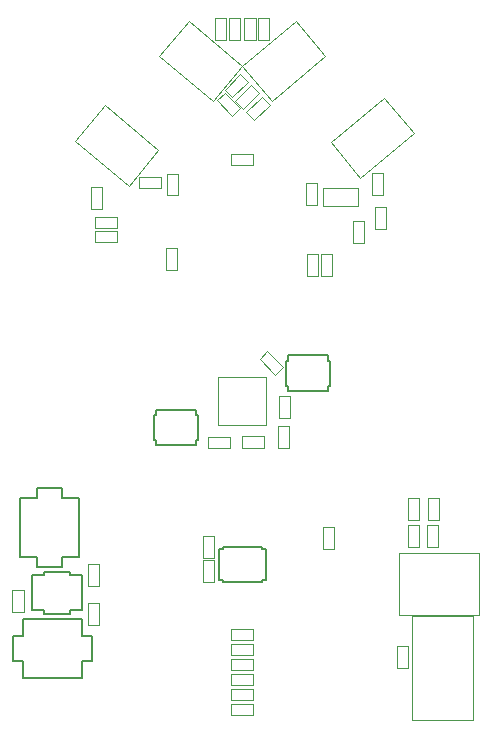
<source format=gbr>
G04 #@! TF.GenerationSoftware,KiCad,Pcbnew,(5.1.4)-1*
G04 #@! TF.CreationDate,2019-11-08T17:49:40+09:00*
G04 #@! TF.ProjectId,gekko,67656b6b-6f2e-46b6-9963-61645f706362,rev?*
G04 #@! TF.SameCoordinates,Original*
G04 #@! TF.FileFunction,Other,User*
%FSLAX46Y46*%
G04 Gerber Fmt 4.6, Leading zero omitted, Abs format (unit mm)*
G04 Created by KiCad (PCBNEW (5.1.4)-1) date 2019-11-08 17:49:40*
%MOMM*%
%LPD*%
G04 APERTURE LIST*
%ADD10C,0.050000*%
%ADD11C,0.152400*%
G04 APERTURE END LIST*
D10*
X164250000Y-138650000D02*
X164250000Y-147450000D01*
X169450000Y-138650000D02*
X164250000Y-138650000D01*
X169450000Y-147450000D02*
X169450000Y-138650000D01*
X164250000Y-147450000D02*
X169450000Y-147450000D01*
D11*
X142570200Y-121170700D02*
X145973800Y-121170700D01*
X145973800Y-121170700D02*
X145973800Y-121627900D01*
X145973800Y-121627900D02*
X146126200Y-121627900D01*
X146126200Y-121627900D02*
X146126200Y-123736100D01*
X146126200Y-123736100D02*
X145973800Y-123736100D01*
X145973800Y-123736100D02*
X145973800Y-124193300D01*
X145973800Y-124193300D02*
X142570200Y-124193300D01*
X142570200Y-124193300D02*
X142570200Y-123736100D01*
X142570200Y-123736100D02*
X142417800Y-123736100D01*
X142417800Y-123736100D02*
X142417800Y-121627900D01*
X142417800Y-121627900D02*
X142570200Y-121627900D01*
X142570200Y-121627900D02*
X142570200Y-121170700D01*
D10*
X164403267Y-97727563D02*
X159883605Y-101520010D01*
X161896395Y-94739990D02*
X164403267Y-97727563D01*
X157376733Y-98532437D02*
X161896395Y-94739990D01*
X159883605Y-101520010D02*
X157376733Y-98532437D01*
X142783267Y-99202437D02*
X140276395Y-102190010D01*
X140276395Y-102190010D02*
X135756733Y-98397563D01*
X135756733Y-98397563D02*
X138263605Y-95409990D01*
X138263605Y-95409990D02*
X142783267Y-99202437D01*
X152413605Y-95040010D02*
X149906733Y-92052437D01*
X149906733Y-92052437D02*
X154426395Y-88259990D01*
X154426395Y-88259990D02*
X156933267Y-91247563D01*
X156933267Y-91247563D02*
X152413605Y-95040010D01*
X149888267Y-92052437D02*
X147381395Y-95040010D01*
X147381395Y-95040010D02*
X142861733Y-91247563D01*
X142861733Y-91247563D02*
X145368605Y-88259990D01*
X145368605Y-88259990D02*
X149888267Y-92052437D01*
X163150000Y-133320000D02*
X163150000Y-138520000D01*
X163150000Y-138520000D02*
X169950000Y-138520000D01*
X169950000Y-138520000D02*
X169950000Y-133320000D01*
X169950000Y-133320000D02*
X163150000Y-133320000D01*
X156695000Y-103880000D02*
X156695000Y-102420000D01*
X156695000Y-102420000D02*
X159655000Y-102420000D01*
X159655000Y-102420000D02*
X159655000Y-103880000D01*
X159655000Y-103880000D02*
X156695000Y-103880000D01*
D11*
X151553954Y-135564000D02*
X151553954Y-135722786D01*
X151864000Y-135564000D02*
X151553954Y-135564000D01*
X151864000Y-132956000D02*
X151864000Y-135564000D01*
X151553954Y-132956000D02*
X151864000Y-132956000D01*
X151553954Y-132797214D02*
X151553954Y-132956000D01*
X148266046Y-132797214D02*
X151553954Y-132797214D01*
X148266046Y-132956000D02*
X148266046Y-132797214D01*
X147956000Y-132956000D02*
X148266046Y-132956000D01*
X147956000Y-135564000D02*
X147956000Y-132956000D01*
X148266046Y-135564000D02*
X147956000Y-135564000D01*
X148266046Y-135722786D02*
X148266046Y-135564000D01*
X151553954Y-135722786D02*
X148266046Y-135722786D01*
D10*
X147815000Y-118375000D02*
X151865000Y-118375000D01*
X147815000Y-122425000D02*
X147815000Y-118375000D01*
X151865000Y-118375000D02*
X151865000Y-122425000D01*
X151865000Y-122425000D02*
X147815000Y-122425000D01*
X137770000Y-137555000D02*
X137770000Y-139415000D01*
X136830000Y-137555000D02*
X137770000Y-137555000D01*
X136830000Y-139415000D02*
X136830000Y-137555000D01*
X137770000Y-139415000D02*
X136830000Y-139415000D01*
X165605000Y-128670000D02*
X166545000Y-128670000D01*
X166545000Y-128670000D02*
X166545000Y-130530000D01*
X166545000Y-130530000D02*
X165605000Y-130530000D01*
X165605000Y-130530000D02*
X165605000Y-128670000D01*
X147490000Y-133710000D02*
X146550000Y-133710000D01*
X146550000Y-133710000D02*
X146550000Y-131850000D01*
X146550000Y-131850000D02*
X147490000Y-131850000D01*
X147490000Y-131850000D02*
X147490000Y-133710000D01*
X146560000Y-135730000D02*
X146560000Y-133870000D01*
X147500000Y-135730000D02*
X146560000Y-135730000D01*
X147500000Y-133870000D02*
X147500000Y-135730000D01*
X146560000Y-133870000D02*
X147500000Y-133870000D01*
X162980000Y-143025000D02*
X162980000Y-141165000D01*
X163920000Y-143025000D02*
X162980000Y-143025000D01*
X163920000Y-141165000D02*
X163920000Y-143025000D01*
X162980000Y-141165000D02*
X163920000Y-141165000D01*
X155280000Y-101970000D02*
X156220000Y-101970000D01*
X156220000Y-101970000D02*
X156220000Y-103830000D01*
X156220000Y-103830000D02*
X155280000Y-103830000D01*
X155280000Y-103830000D02*
X155280000Y-101970000D01*
X157470000Y-108010000D02*
X157470000Y-109870000D01*
X156530000Y-108010000D02*
X157470000Y-108010000D01*
X156530000Y-109870000D02*
X156530000Y-108010000D01*
X157470000Y-109870000D02*
X156530000Y-109870000D01*
X156320000Y-108020000D02*
X156320000Y-109880000D01*
X155380000Y-108020000D02*
X156320000Y-108020000D01*
X155380000Y-109880000D02*
X155380000Y-108020000D01*
X156320000Y-109880000D02*
X155380000Y-109880000D01*
X150830000Y-100470000D02*
X148970000Y-100470000D01*
X150830000Y-99530000D02*
X150830000Y-100470000D01*
X148970000Y-99530000D02*
X150830000Y-99530000D01*
X148970000Y-100470000D02*
X148970000Y-99530000D01*
X144470000Y-103030000D02*
X143530000Y-103030000D01*
X143530000Y-103030000D02*
X143530000Y-101170000D01*
X143530000Y-101170000D02*
X144470000Y-101170000D01*
X144470000Y-101170000D02*
X144470000Y-103030000D01*
X144395000Y-107470000D02*
X144395000Y-109330000D01*
X143455000Y-107470000D02*
X144395000Y-107470000D01*
X143455000Y-109330000D02*
X143455000Y-107470000D01*
X144395000Y-109330000D02*
X143455000Y-109330000D01*
X160170000Y-105220000D02*
X160170000Y-107080000D01*
X159230000Y-105220000D02*
X160170000Y-105220000D01*
X159230000Y-107080000D02*
X159230000Y-105220000D01*
X160170000Y-107080000D02*
X159230000Y-107080000D01*
X153000000Y-119980000D02*
X153940000Y-119980000D01*
X153940000Y-119980000D02*
X153940000Y-121840000D01*
X153940000Y-121840000D02*
X153000000Y-121840000D01*
X153000000Y-121840000D02*
X153000000Y-119980000D01*
X149830000Y-123430000D02*
X151690000Y-123430000D01*
X149830000Y-124370000D02*
X149830000Y-123430000D01*
X151690000Y-124370000D02*
X149830000Y-124370000D01*
X151690000Y-123430000D02*
X151690000Y-124370000D01*
X146965000Y-124380000D02*
X146965000Y-123440000D01*
X146965000Y-123440000D02*
X148825000Y-123440000D01*
X148825000Y-123440000D02*
X148825000Y-124380000D01*
X148825000Y-124380000D02*
X146965000Y-124380000D01*
X131370000Y-138295000D02*
X130430000Y-138295000D01*
X130430000Y-138295000D02*
X130430000Y-136435000D01*
X130430000Y-136435000D02*
X131370000Y-136435000D01*
X131370000Y-136435000D02*
X131370000Y-138295000D01*
X137770000Y-136130000D02*
X136830000Y-136130000D01*
X136830000Y-136130000D02*
X136830000Y-134270000D01*
X136830000Y-134270000D02*
X137770000Y-134270000D01*
X137770000Y-134270000D02*
X137770000Y-136130000D01*
X166480000Y-130935000D02*
X166480000Y-132795000D01*
X165540000Y-130935000D02*
X166480000Y-130935000D01*
X165540000Y-132795000D02*
X165540000Y-130935000D01*
X166480000Y-132795000D02*
X165540000Y-132795000D01*
X138030000Y-102350000D02*
X138030000Y-104210000D01*
X137090000Y-102350000D02*
X138030000Y-102350000D01*
X137090000Y-104210000D02*
X137090000Y-102350000D01*
X138030000Y-104210000D02*
X137090000Y-104210000D01*
X142980000Y-101470000D02*
X142980000Y-102410000D01*
X142980000Y-102410000D02*
X141120000Y-102410000D01*
X141120000Y-102410000D02*
X141120000Y-101470000D01*
X141120000Y-101470000D02*
X142980000Y-101470000D01*
X160880000Y-101100000D02*
X161820000Y-101100000D01*
X161820000Y-101100000D02*
X161820000Y-102960000D01*
X161820000Y-102960000D02*
X160880000Y-102960000D01*
X160880000Y-102960000D02*
X160880000Y-101100000D01*
X161100000Y-105850000D02*
X161100000Y-103990000D01*
X162040000Y-105850000D02*
X161100000Y-105850000D01*
X162040000Y-103990000D02*
X162040000Y-105850000D01*
X161100000Y-103990000D02*
X162040000Y-103990000D01*
X152014731Y-116210051D02*
X153329949Y-117525269D01*
X151350051Y-116874731D02*
X152014731Y-116210051D01*
X152665269Y-118189949D02*
X151350051Y-116874731D01*
X153329949Y-117525269D02*
X152665269Y-118189949D01*
X151010000Y-89870000D02*
X150070000Y-89870000D01*
X150070000Y-89870000D02*
X150070000Y-88010000D01*
X150070000Y-88010000D02*
X151010000Y-88010000D01*
X151010000Y-88010000D02*
X151010000Y-89870000D01*
X148540000Y-89890000D02*
X147600000Y-89890000D01*
X147600000Y-89890000D02*
X147600000Y-88030000D01*
X147600000Y-88030000D02*
X148540000Y-88030000D01*
X148540000Y-88030000D02*
X148540000Y-89890000D01*
X148930000Y-139738000D02*
X150790000Y-139738000D01*
X148930000Y-140678000D02*
X148930000Y-139738000D01*
X150790000Y-140678000D02*
X148930000Y-140678000D01*
X150790000Y-139738000D02*
X150790000Y-140678000D01*
X148930000Y-144488000D02*
X148930000Y-143548000D01*
X148930000Y-143548000D02*
X150790000Y-143548000D01*
X150790000Y-143548000D02*
X150790000Y-144488000D01*
X150790000Y-144488000D02*
X148930000Y-144488000D01*
X157670000Y-131070000D02*
X157670000Y-132930000D01*
X156730000Y-131070000D02*
X157670000Y-131070000D01*
X156730000Y-132930000D02*
X156730000Y-131070000D01*
X157670000Y-132930000D02*
X156730000Y-132930000D01*
X148953000Y-145758000D02*
X148953000Y-144818000D01*
X148953000Y-144818000D02*
X150813000Y-144818000D01*
X150813000Y-144818000D02*
X150813000Y-145758000D01*
X150813000Y-145758000D02*
X148953000Y-145758000D01*
X152946000Y-122514000D02*
X153886000Y-122514000D01*
X153886000Y-122514000D02*
X153886000Y-124374000D01*
X153886000Y-124374000D02*
X152946000Y-124374000D01*
X152946000Y-124374000D02*
X152946000Y-122514000D01*
X137400000Y-104860000D02*
X139260000Y-104860000D01*
X137400000Y-105800000D02*
X137400000Y-104860000D01*
X139260000Y-105800000D02*
X137400000Y-105800000D01*
X139260000Y-104860000D02*
X139260000Y-105800000D01*
X152199949Y-95334731D02*
X150884731Y-96649949D01*
X151535269Y-94670051D02*
X152199949Y-95334731D01*
X150220051Y-95985269D02*
X151535269Y-94670051D01*
X150884731Y-96649949D02*
X150220051Y-95985269D01*
X147740051Y-94984731D02*
X148404731Y-94320051D01*
X148404731Y-94320051D02*
X149719949Y-95635269D01*
X149719949Y-95635269D02*
X149055269Y-96299949D01*
X149055269Y-96299949D02*
X147740051Y-94984731D01*
X149720000Y-89890000D02*
X148780000Y-89890000D01*
X148780000Y-89890000D02*
X148780000Y-88030000D01*
X148780000Y-88030000D02*
X149720000Y-88030000D01*
X149720000Y-88030000D02*
X149720000Y-89890000D01*
X152130000Y-88020000D02*
X152130000Y-89880000D01*
X151190000Y-88020000D02*
X152130000Y-88020000D01*
X151190000Y-89880000D02*
X151190000Y-88020000D01*
X152130000Y-89880000D02*
X151190000Y-89880000D01*
X137400000Y-106020000D02*
X139260000Y-106020000D01*
X137400000Y-106960000D02*
X137400000Y-106020000D01*
X139260000Y-106960000D02*
X137400000Y-106960000D01*
X139260000Y-106020000D02*
X139260000Y-106960000D01*
X150625269Y-93700051D02*
X151289949Y-94364731D01*
X151289949Y-94364731D02*
X149974731Y-95679949D01*
X149974731Y-95679949D02*
X149310051Y-95015269D01*
X149310051Y-95015269D02*
X150625269Y-93700051D01*
X148390051Y-94065269D02*
X149705269Y-92750051D01*
X149054731Y-94729949D02*
X148390051Y-94065269D01*
X150369949Y-93414731D02*
X149054731Y-94729949D01*
X149705269Y-92750051D02*
X150369949Y-93414731D01*
X148930000Y-141948000D02*
X148930000Y-141008000D01*
X148930000Y-141008000D02*
X150790000Y-141008000D01*
X150790000Y-141008000D02*
X150790000Y-141948000D01*
X150790000Y-141948000D02*
X148930000Y-141948000D01*
X163930000Y-130945000D02*
X164870000Y-130945000D01*
X164870000Y-130945000D02*
X164870000Y-132805000D01*
X164870000Y-132805000D02*
X163930000Y-132805000D01*
X163930000Y-132805000D02*
X163930000Y-130945000D01*
X150790000Y-143218000D02*
X148930000Y-143218000D01*
X150790000Y-142278000D02*
X150790000Y-143218000D01*
X148930000Y-142278000D02*
X150790000Y-142278000D01*
X148930000Y-143218000D02*
X148930000Y-142278000D01*
X163930000Y-128670000D02*
X164870000Y-128670000D01*
X164870000Y-128670000D02*
X164870000Y-130530000D01*
X164870000Y-130530000D02*
X163930000Y-130530000D01*
X163930000Y-130530000D02*
X163930000Y-128670000D01*
X150790000Y-147028000D02*
X148930000Y-147028000D01*
X150790000Y-146088000D02*
X150790000Y-147028000D01*
X148930000Y-146088000D02*
X150790000Y-146088000D01*
X148930000Y-147028000D02*
X148930000Y-146088000D01*
D11*
X131298100Y-142460399D02*
X130442501Y-142460399D01*
X131298100Y-143901900D02*
X131298100Y-142460399D01*
X136301900Y-143901900D02*
X131298100Y-143901900D01*
X136301900Y-142460399D02*
X136301900Y-143901900D01*
X137157499Y-142460399D02*
X136301900Y-142460399D01*
X137157499Y-140339601D02*
X137157499Y-142460399D01*
X136301900Y-140339601D02*
X137157499Y-140339601D01*
X136301900Y-138898100D02*
X136301900Y-140339601D01*
X131298100Y-138898100D02*
X136301900Y-138898100D01*
X131298100Y-140339601D02*
X131298100Y-138898100D01*
X130442501Y-140339601D02*
X131298100Y-140339601D01*
X130442501Y-142460399D02*
X130442501Y-140339601D01*
X134660399Y-134507499D02*
X132539601Y-134507499D01*
X132539601Y-134507499D02*
X132539601Y-133651900D01*
X132539601Y-133651900D02*
X131098100Y-133651900D01*
X131098100Y-133651900D02*
X131098100Y-128648100D01*
X131098100Y-128648100D02*
X132539601Y-128648100D01*
X132539601Y-128648100D02*
X132539601Y-127792501D01*
X132539601Y-127792501D02*
X134660399Y-127792501D01*
X134660399Y-127792501D02*
X134660399Y-128648100D01*
X134660399Y-128648100D02*
X136101900Y-128648100D01*
X136101900Y-128648100D02*
X136101900Y-133651900D01*
X136101900Y-133651900D02*
X134660399Y-133651900D01*
X134660399Y-133651900D02*
X134660399Y-134507499D01*
X133069700Y-138428000D02*
X133069700Y-138138000D01*
X133069700Y-138138000D02*
X132097401Y-138138000D01*
X132097401Y-138138000D02*
X132097401Y-135162000D01*
X132097401Y-135162000D02*
X133069700Y-135162000D01*
X133069700Y-135162000D02*
X133069700Y-134872000D01*
X133069700Y-134872000D02*
X135330300Y-134872000D01*
X135330300Y-134872000D02*
X135330300Y-135162000D01*
X135330300Y-135162000D02*
X136302599Y-135162000D01*
X136302599Y-135162000D02*
X136302599Y-138138000D01*
X136302599Y-138138000D02*
X135330300Y-138138000D01*
X135330300Y-138138000D02*
X135330300Y-138428000D01*
X135330300Y-138428000D02*
X133069700Y-138428000D01*
X153778200Y-117015900D02*
X153778200Y-116558700D01*
X153625800Y-117015900D02*
X153778200Y-117015900D01*
X153625800Y-119124100D02*
X153625800Y-117015900D01*
X153778200Y-119124100D02*
X153625800Y-119124100D01*
X153778200Y-119581300D02*
X153778200Y-119124100D01*
X157181800Y-119581300D02*
X153778200Y-119581300D01*
X157181800Y-119124100D02*
X157181800Y-119581300D01*
X157334200Y-119124100D02*
X157181800Y-119124100D01*
X157334200Y-117015900D02*
X157334200Y-119124100D01*
X157181800Y-117015900D02*
X157334200Y-117015900D01*
X157181800Y-116558700D02*
X157181800Y-117015900D01*
X153778200Y-116558700D02*
X157181800Y-116558700D01*
M02*

</source>
